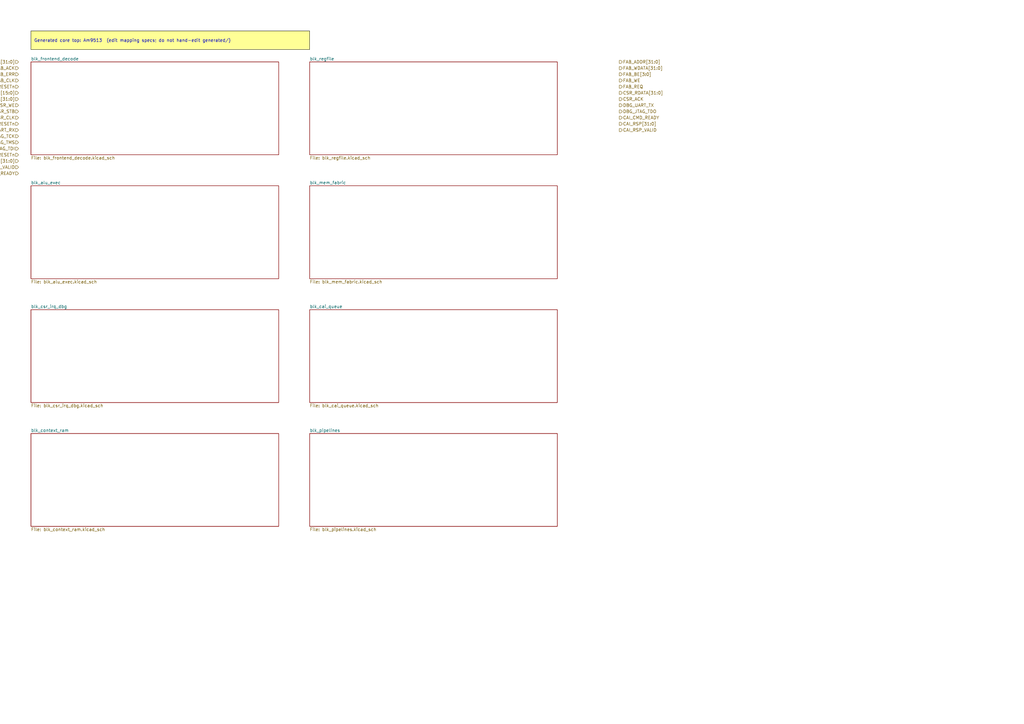
<source format=kicad_sch>
(kicad_sch
	(version 20250114)
	(generator "kicadgen")
	(generator_version "0.1")
	(uuid "92267c30-7a9b-5a25-8278-1a73dfaaf2f0")
	(paper "A3")
	(title_block
		(title "Am9513 (generated)")
		(company "Project Carbon")
		(comment 1 "Generated - do not edit in generated/")
		(comment 2 "Edit in schem/kicad9/manual/ or refine mapping specs")
	)
	(lib_symbols)
	(text_box
		"Generated core top: Am9513  (edit mapping specs; do not hand-edit generated/)"
		(exclude_from_sim no)
		(at
			12.7
			12.7
			0
		)
		(size 114.3 7.62)
		(margins
			1.27
			1.27
			1.27
			1.27
		)
		(stroke
			(width 0)
			(type default)
			(color
				0
				0
				0
				1
			)
		)
		(fill
			(type color)
			(color
				255
				255
				150
				1
			)
		)
		(effects
			(font
				(size 1.27 1.27)
			)
			(justify left)
		)
		(uuid "efef3865-c3e9-50df-b67b-53d147afae67")
	)
	(sheet
		(at 12.7 25.4)
		(size 101.6 38.1)
		(exclude_from_sim no)
		(in_bom yes)
		(on_board yes)
		(dnp no)
		(stroke
			(width 0)
			(type solid)
		)
		(fill
			(color
				0
				0
				0
				0
			)
		)
		(uuid "c9343d62-bbce-515e-88e8-260b370b978f")
		(property
			"Sheetname"
			"blk_frontend_decode"
			(at
				12.7
				24.13
				0
			)
			(effects
				(font
					(size 1.27 1.27)
				)
				(justify left)
			)
		)
		(property
			"Sheetfile"
			"blk_frontend_decode.kicad_sch"
			(at
				12.7
				64.77
				0
			)
			(effects
				(font
					(size 1.27 1.27)
				)
				(justify left)
			)
		)
		(instances
			(project
				"core_Am9513"
				(path
					"/92267c30-7a9b-5a25-8278-1a73dfaaf2f0"
					(page "2")
				)
			)
		)
	)
	(sheet
		(at 127 25.4)
		(size 101.6 38.1)
		(exclude_from_sim no)
		(in_bom yes)
		(on_board yes)
		(dnp no)
		(stroke
			(width 0)
			(type solid)
		)
		(fill
			(color
				0
				0
				0
				0
			)
		)
		(uuid "90682fe5-08fc-5828-8d36-3a1de945c469")
		(property
			"Sheetname"
			"blk_regfile"
			(at
				127
				24.13
				0
			)
			(effects
				(font
					(size 1.27 1.27)
				)
				(justify left)
			)
		)
		(property
			"Sheetfile"
			"blk_regfile.kicad_sch"
			(at
				127
				64.77
				0
			)
			(effects
				(font
					(size 1.27 1.27)
				)
				(justify left)
			)
		)
		(instances
			(project
				"core_Am9513"
				(path
					"/92267c30-7a9b-5a25-8278-1a73dfaaf2f0"
					(page "3")
				)
			)
		)
	)
	(sheet
		(at 12.7 76.2)
		(size 101.6 38.1)
		(exclude_from_sim no)
		(in_bom yes)
		(on_board yes)
		(dnp no)
		(stroke
			(width 0)
			(type solid)
		)
		(fill
			(color
				0
				0
				0
				0
			)
		)
		(uuid "2029df46-d4c9-5803-8871-7398a30bb8db")
		(property
			"Sheetname"
			"blk_alu_exec"
			(at
				12.7
				74.93
				0
			)
			(effects
				(font
					(size 1.27 1.27)
				)
				(justify left)
			)
		)
		(property
			"Sheetfile"
			"blk_alu_exec.kicad_sch"
			(at
				12.7
				115.57
				0
			)
			(effects
				(font
					(size 1.27 1.27)
				)
				(justify left)
			)
		)
		(instances
			(project
				"core_Am9513"
				(path
					"/92267c30-7a9b-5a25-8278-1a73dfaaf2f0"
					(page "4")
				)
			)
		)
	)
	(sheet
		(at 127 76.2)
		(size 101.6 38.1)
		(exclude_from_sim no)
		(in_bom yes)
		(on_board yes)
		(dnp no)
		(stroke
			(width 0)
			(type solid)
		)
		(fill
			(color
				0
				0
				0
				0
			)
		)
		(uuid "0a2a9c0b-4cd1-520d-8c18-38d0108edc1e")
		(property
			"Sheetname"
			"blk_mem_fabric"
			(at
				127
				74.93
				0
			)
			(effects
				(font
					(size 1.27 1.27)
				)
				(justify left)
			)
		)
		(property
			"Sheetfile"
			"blk_mem_fabric.kicad_sch"
			(at
				127
				115.57
				0
			)
			(effects
				(font
					(size 1.27 1.27)
				)
				(justify left)
			)
		)
		(instances
			(project
				"core_Am9513"
				(path
					"/92267c30-7a9b-5a25-8278-1a73dfaaf2f0"
					(page "5")
				)
			)
		)
	)
	(sheet
		(at 12.7 127)
		(size 101.6 38.1)
		(exclude_from_sim no)
		(in_bom yes)
		(on_board yes)
		(dnp no)
		(stroke
			(width 0)
			(type solid)
		)
		(fill
			(color
				0
				0
				0
				0
			)
		)
		(uuid "0bbf35b1-2865-5480-be86-eaaa061c3d91")
		(property
			"Sheetname"
			"blk_csr_irq_dbg"
			(at
				12.7
				125.73
				0
			)
			(effects
				(font
					(size 1.27 1.27)
				)
				(justify left)
			)
		)
		(property
			"Sheetfile"
			"blk_csr_irq_dbg.kicad_sch"
			(at
				12.7
				166.37
				0
			)
			(effects
				(font
					(size 1.27 1.27)
				)
				(justify left)
			)
		)
		(instances
			(project
				"core_Am9513"
				(path
					"/92267c30-7a9b-5a25-8278-1a73dfaaf2f0"
					(page "6")
				)
			)
		)
	)
	(sheet
		(at 127 127)
		(size 101.6 38.1)
		(exclude_from_sim no)
		(in_bom yes)
		(on_board yes)
		(dnp no)
		(stroke
			(width 0)
			(type solid)
		)
		(fill
			(color
				0
				0
				0
				0
			)
		)
		(uuid "ec50db9d-a169-5694-b61b-f7277153d6e4")
		(property
			"Sheetname"
			"blk_cai_queue"
			(at
				127
				125.73
				0
			)
			(effects
				(font
					(size 1.27 1.27)
				)
				(justify left)
			)
		)
		(property
			"Sheetfile"
			"blk_cai_queue.kicad_sch"
			(at
				127
				166.37
				0
			)
			(effects
				(font
					(size 1.27 1.27)
				)
				(justify left)
			)
		)
		(instances
			(project
				"core_Am9513"
				(path
					"/92267c30-7a9b-5a25-8278-1a73dfaaf2f0"
					(page "7")
				)
			)
		)
	)
	(sheet
		(at 12.7 177.8)
		(size 101.6 38.1)
		(exclude_from_sim no)
		(in_bom yes)
		(on_board yes)
		(dnp no)
		(stroke
			(width 0)
			(type solid)
		)
		(fill
			(color
				0
				0
				0
				0
			)
		)
		(uuid "598aecfb-fe60-5f97-a9bd-286df1f999cf")
		(property
			"Sheetname"
			"blk_context_ram"
			(at
				12.7
				176.53
				0
			)
			(effects
				(font
					(size 1.27 1.27)
				)
				(justify left)
			)
		)
		(property
			"Sheetfile"
			"blk_context_ram.kicad_sch"
			(at
				12.7
				217.17
				0
			)
			(effects
				(font
					(size 1.27 1.27)
				)
				(justify left)
			)
		)
		(instances
			(project
				"core_Am9513"
				(path
					"/92267c30-7a9b-5a25-8278-1a73dfaaf2f0"
					(page "8")
				)
			)
		)
	)
	(sheet
		(at 127 177.8)
		(size 101.6 38.1)
		(exclude_from_sim no)
		(in_bom yes)
		(on_board yes)
		(dnp no)
		(stroke
			(width 0)
			(type solid)
		)
		(fill
			(color
				0
				0
				0
				0
			)
		)
		(uuid "010ff28c-69e6-5656-9e63-5a32b889124c")
		(property
			"Sheetname"
			"blk_pipelines"
			(at
				127
				176.53
				0
			)
			(effects
				(font
					(size 1.27 1.27)
				)
				(justify left)
			)
		)
		(property
			"Sheetfile"
			"blk_pipelines.kicad_sch"
			(at
				127
				217.17
				0
			)
			(effects
				(font
					(size 1.27 1.27)
				)
				(justify left)
			)
		)
		(instances
			(project
				"core_Am9513"
				(path
					"/92267c30-7a9b-5a25-8278-1a73dfaaf2f0"
					(page "9")
				)
			)
		)
	)
	(hierarchical_label
		"FAB_ADDR[31:0]"
		(shape output)
		(at
			254
			25.4
			0
		)
		(effects
			(font
				(size 1.27 1.27)
			)
			(justify left)
		)
		(uuid "9c91db8c-9b2e-55b9-b3f8-2ecb76d198c0")
	)
	(hierarchical_label
		"FAB_WDATA[31:0]"
		(shape output)
		(at
			254
			27.94
			0
		)
		(effects
			(font
				(size 1.27 1.27)
			)
			(justify left)
		)
		(uuid "dfd94285-822d-516a-a28c-248c8c64d24d")
	)
	(hierarchical_label
		"FAB_RDATA[31:0]"
		(shape input)
		(at
			7.62
			25.4
			180
		)
		(effects
			(font
				(size 1.27 1.27)
			)
			(justify right)
		)
		(uuid "c9de4468-f5d7-522f-8e03-cd25dd768f1e")
	)
	(hierarchical_label
		"FAB_BE[3:0]"
		(shape output)
		(at
			254
			30.48
			0
		)
		(effects
			(font
				(size 1.27 1.27)
			)
			(justify left)
		)
		(uuid "6e98f44a-9795-516e-8c38-36bd2fe51953")
	)
	(hierarchical_label
		"FAB_WE"
		(shape output)
		(at
			254
			33.02
			0
		)
		(effects
			(font
				(size 1.27 1.27)
			)
			(justify left)
		)
		(uuid "1cc61d45-a780-5244-a88d-95ac2daa28ec")
	)
	(hierarchical_label
		"FAB_REQ"
		(shape output)
		(at
			254
			35.56
			0
		)
		(effects
			(font
				(size 1.27 1.27)
			)
			(justify left)
		)
		(uuid "565ce6b7-23a5-56f3-8293-67f8ae7ad533")
	)
	(hierarchical_label
		"FAB_ACK"
		(shape input)
		(at
			7.62
			27.94
			180
		)
		(effects
			(font
				(size 1.27 1.27)
			)
			(justify right)
		)
		(uuid "36b7b00a-d7ce-51c8-81eb-5e2384f7b9b8")
	)
	(hierarchical_label
		"FAB_ERR"
		(shape input)
		(at
			7.62
			30.48
			180
		)
		(effects
			(font
				(size 1.27 1.27)
			)
			(justify right)
		)
		(uuid "64d2a6d2-8239-52e4-ab4a-53ca2327f749")
	)
	(hierarchical_label
		"FAB_CLK"
		(shape input)
		(at
			7.62
			33.02
			180
		)
		(effects
			(font
				(size 1.27 1.27)
			)
			(justify right)
		)
		(uuid "1299e2b5-12ce-5777-85d1-91c3f9c1b092")
	)
	(hierarchical_label
		"FAB_RESETn"
		(shape input)
		(at
			7.62
			35.56
			180
		)
		(effects
			(font
				(size 1.27 1.27)
			)
			(justify right)
		)
		(uuid "7045dc45-9660-5da4-a4d6-55d75af4d276")
	)
	(hierarchical_label
		"CSR_ADDR[15:0]"
		(shape input)
		(at
			7.62
			38.1
			180
		)
		(effects
			(font
				(size 1.27 1.27)
			)
			(justify right)
		)
		(uuid "d96b2e58-22db-547c-9171-642058108c85")
	)
	(hierarchical_label
		"CSR_WDATA[31:0]"
		(shape input)
		(at
			7.62
			40.64
			180
		)
		(effects
			(font
				(size 1.27 1.27)
			)
			(justify right)
		)
		(uuid "6d5df30e-0788-5eb9-9a51-fa32ea721b6b")
	)
	(hierarchical_label
		"CSR_RDATA[31:0]"
		(shape output)
		(at
			254
			38.1
			0
		)
		(effects
			(font
				(size 1.27 1.27)
			)
			(justify left)
		)
		(uuid "b24e105a-49e3-5ee4-ad6a-6c35d7d5e0f2")
	)
	(hierarchical_label
		"CSR_WE"
		(shape input)
		(at
			7.62
			43.18
			180
		)
		(effects
			(font
				(size 1.27 1.27)
			)
			(justify right)
		)
		(uuid "6563f924-b1d2-59de-a418-6eb2ea827271")
	)
	(hierarchical_label
		"CSR_STB"
		(shape input)
		(at
			7.62
			45.72
			180
		)
		(effects
			(font
				(size 1.27 1.27)
			)
			(justify right)
		)
		(uuid "0924b3da-6ca3-5095-9988-a398561492dc")
	)
	(hierarchical_label
		"CSR_ACK"
		(shape output)
		(at
			254
			40.64
			0
		)
		(effects
			(font
				(size 1.27 1.27)
			)
			(justify left)
		)
		(uuid "2724a5fb-6d54-5d6e-85a1-c9981eec4f26")
	)
	(hierarchical_label
		"CSR_CLK"
		(shape input)
		(at
			7.62
			48.26
			180
		)
		(effects
			(font
				(size 1.27 1.27)
			)
			(justify right)
		)
		(uuid "4b4744bd-68ac-51d1-a4e7-2bb717df9d77")
	)
	(hierarchical_label
		"CSR_RESETn"
		(shape input)
		(at
			7.62
			50.8
			180
		)
		(effects
			(font
				(size 1.27 1.27)
			)
			(justify right)
		)
		(uuid "935885e7-f137-5832-99cb-4b7b4521ec7f")
	)
	(hierarchical_label
		"DBG_UART_TX"
		(shape output)
		(at
			254
			43.18
			0
		)
		(effects
			(font
				(size 1.27 1.27)
			)
			(justify left)
		)
		(uuid "0c309f61-0191-524d-a986-e8d24339b9c6")
	)
	(hierarchical_label
		"DBG_UART_RX"
		(shape input)
		(at
			7.62
			53.34
			180
		)
		(effects
			(font
				(size 1.27 1.27)
			)
			(justify right)
		)
		(uuid "af914867-76de-584a-be5f-4d20f488482b")
	)
	(hierarchical_label
		"DBG_JTAG_TCK"
		(shape input)
		(at
			7.62
			55.88
			180
		)
		(effects
			(font
				(size 1.27 1.27)
			)
			(justify right)
		)
		(uuid "b8b628d2-ce9f-5e50-95b5-6ee57f4663c7")
	)
	(hierarchical_label
		"DBG_JTAG_TMS"
		(shape input)
		(at
			7.62
			58.42
			180
		)
		(effects
			(font
				(size 1.27 1.27)
			)
			(justify right)
		)
		(uuid "4a6fa47d-387c-50b7-bb7a-a6f7037d8f86")
	)
	(hierarchical_label
		"DBG_JTAG_TDI"
		(shape input)
		(at
			7.62
			60.96
			180
		)
		(effects
			(font
				(size 1.27 1.27)
			)
			(justify right)
		)
		(uuid "5b165894-00a1-5503-b6f4-428a0c1412f8")
	)
	(hierarchical_label
		"DBG_JTAG_TDO"
		(shape output)
		(at
			254
			45.72
			0
		)
		(effects
			(font
				(size 1.27 1.27)
			)
			(justify left)
		)
		(uuid "6bb93807-0318-5948-8356-97d0e883db90")
	)
	(hierarchical_label
		"DBG_RESETn"
		(shape input)
		(at
			7.62
			63.5
			180
		)
		(effects
			(font
				(size 1.27 1.27)
			)
			(justify right)
		)
		(uuid "26781e2d-4d85-5113-af2e-07292b508856")
	)
	(hierarchical_label
		"CAI_CMD[31:0]"
		(shape input)
		(at
			7.62
			66.04
			180
		)
		(effects
			(font
				(size 1.27 1.27)
			)
			(justify right)
		)
		(uuid "f10c23a1-4453-5856-8abe-1e4f7b002f28")
	)
	(hierarchical_label
		"CAI_CMD_VALID"
		(shape input)
		(at
			7.62
			68.58
			180
		)
		(effects
			(font
				(size 1.27 1.27)
			)
			(justify right)
		)
		(uuid "fa9d70a2-fb1b-5d8c-956b-439a26baf839")
	)
	(hierarchical_label
		"CAI_CMD_READY"
		(shape output)
		(at
			254
			48.26
			0
		)
		(effects
			(font
				(size 1.27 1.27)
			)
			(justify left)
		)
		(uuid "8e3929fb-d4c9-5964-b47c-17e090a97bee")
	)
	(hierarchical_label
		"CAI_RSP[31:0]"
		(shape output)
		(at
			254
			50.8
			0
		)
		(effects
			(font
				(size 1.27 1.27)
			)
			(justify left)
		)
		(uuid "ed2b09ec-130a-59a3-a83e-34048a0504f8")
	)
	(hierarchical_label
		"CAI_RSP_VALID"
		(shape output)
		(at
			254
			53.34
			0
		)
		(effects
			(font
				(size 1.27 1.27)
			)
			(justify left)
		)
		(uuid "a107e172-1042-5615-a482-a23aed9a7c8f")
	)
	(hierarchical_label
		"CAI_RSP_READY"
		(shape input)
		(at
			7.62
			71.12
			180
		)
		(effects
			(font
				(size 1.27 1.27)
			)
			(justify right)
		)
		(uuid "011b7d4a-485c-57e5-84ec-d8e56887d17c")
	)
	(sheet_instances
		(path
			"/"
			(page "1")
		)
	)
	(embedded_fonts no)
)

</source>
